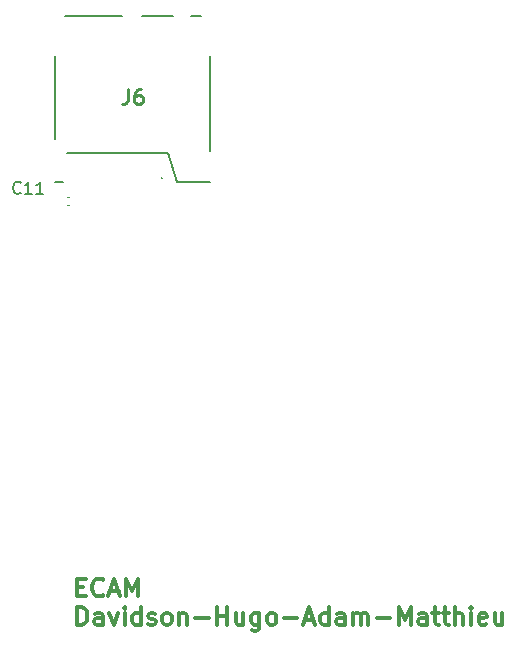
<source format=gbr>
%TF.GenerationSoftware,KiCad,Pcbnew,9.0.4*%
%TF.CreationDate,2025-10-26T18:47:36+01:00*%
%TF.ProjectId,esp32_fpga,65737033-325f-4667-9067-612e6b696361,rev?*%
%TF.SameCoordinates,Original*%
%TF.FileFunction,Legend,Top*%
%TF.FilePolarity,Positive*%
%FSLAX46Y46*%
G04 Gerber Fmt 4.6, Leading zero omitted, Abs format (unit mm)*
G04 Created by KiCad (PCBNEW 9.0.4) date 2025-10-26 18:47:36*
%MOMM*%
%LPD*%
G01*
G04 APERTURE LIST*
%ADD10C,0.300000*%
%ADD11C,0.254000*%
%ADD12C,0.150000*%
%ADD13C,0.200000*%
%ADD14C,0.054570*%
%ADD15C,0.120000*%
G04 APERTURE END LIST*
D10*
X122323034Y-102997698D02*
X122823034Y-102997698D01*
X123037320Y-103783412D02*
X122323034Y-103783412D01*
X122323034Y-103783412D02*
X122323034Y-102283412D01*
X122323034Y-102283412D02*
X123037320Y-102283412D01*
X124537320Y-103640555D02*
X124465892Y-103711984D01*
X124465892Y-103711984D02*
X124251606Y-103783412D01*
X124251606Y-103783412D02*
X124108749Y-103783412D01*
X124108749Y-103783412D02*
X123894463Y-103711984D01*
X123894463Y-103711984D02*
X123751606Y-103569126D01*
X123751606Y-103569126D02*
X123680177Y-103426269D01*
X123680177Y-103426269D02*
X123608749Y-103140555D01*
X123608749Y-103140555D02*
X123608749Y-102926269D01*
X123608749Y-102926269D02*
X123680177Y-102640555D01*
X123680177Y-102640555D02*
X123751606Y-102497698D01*
X123751606Y-102497698D02*
X123894463Y-102354841D01*
X123894463Y-102354841D02*
X124108749Y-102283412D01*
X124108749Y-102283412D02*
X124251606Y-102283412D01*
X124251606Y-102283412D02*
X124465892Y-102354841D01*
X124465892Y-102354841D02*
X124537320Y-102426269D01*
X125108749Y-103354841D02*
X125823035Y-103354841D01*
X124965892Y-103783412D02*
X125465892Y-102283412D01*
X125465892Y-102283412D02*
X125965892Y-103783412D01*
X126465891Y-103783412D02*
X126465891Y-102283412D01*
X126465891Y-102283412D02*
X126965891Y-103354841D01*
X126965891Y-103354841D02*
X127465891Y-102283412D01*
X127465891Y-102283412D02*
X127465891Y-103783412D01*
X122323034Y-106198328D02*
X122323034Y-104698328D01*
X122323034Y-104698328D02*
X122680177Y-104698328D01*
X122680177Y-104698328D02*
X122894463Y-104769757D01*
X122894463Y-104769757D02*
X123037320Y-104912614D01*
X123037320Y-104912614D02*
X123108749Y-105055471D01*
X123108749Y-105055471D02*
X123180177Y-105341185D01*
X123180177Y-105341185D02*
X123180177Y-105555471D01*
X123180177Y-105555471D02*
X123108749Y-105841185D01*
X123108749Y-105841185D02*
X123037320Y-105984042D01*
X123037320Y-105984042D02*
X122894463Y-106126900D01*
X122894463Y-106126900D02*
X122680177Y-106198328D01*
X122680177Y-106198328D02*
X122323034Y-106198328D01*
X124465892Y-106198328D02*
X124465892Y-105412614D01*
X124465892Y-105412614D02*
X124394463Y-105269757D01*
X124394463Y-105269757D02*
X124251606Y-105198328D01*
X124251606Y-105198328D02*
X123965892Y-105198328D01*
X123965892Y-105198328D02*
X123823034Y-105269757D01*
X124465892Y-106126900D02*
X124323034Y-106198328D01*
X124323034Y-106198328D02*
X123965892Y-106198328D01*
X123965892Y-106198328D02*
X123823034Y-106126900D01*
X123823034Y-106126900D02*
X123751606Y-105984042D01*
X123751606Y-105984042D02*
X123751606Y-105841185D01*
X123751606Y-105841185D02*
X123823034Y-105698328D01*
X123823034Y-105698328D02*
X123965892Y-105626900D01*
X123965892Y-105626900D02*
X124323034Y-105626900D01*
X124323034Y-105626900D02*
X124465892Y-105555471D01*
X125037320Y-105198328D02*
X125394463Y-106198328D01*
X125394463Y-106198328D02*
X125751606Y-105198328D01*
X126323034Y-106198328D02*
X126323034Y-105198328D01*
X126323034Y-104698328D02*
X126251606Y-104769757D01*
X126251606Y-104769757D02*
X126323034Y-104841185D01*
X126323034Y-104841185D02*
X126394463Y-104769757D01*
X126394463Y-104769757D02*
X126323034Y-104698328D01*
X126323034Y-104698328D02*
X126323034Y-104841185D01*
X127680178Y-106198328D02*
X127680178Y-104698328D01*
X127680178Y-106126900D02*
X127537320Y-106198328D01*
X127537320Y-106198328D02*
X127251606Y-106198328D01*
X127251606Y-106198328D02*
X127108749Y-106126900D01*
X127108749Y-106126900D02*
X127037320Y-106055471D01*
X127037320Y-106055471D02*
X126965892Y-105912614D01*
X126965892Y-105912614D02*
X126965892Y-105484042D01*
X126965892Y-105484042D02*
X127037320Y-105341185D01*
X127037320Y-105341185D02*
X127108749Y-105269757D01*
X127108749Y-105269757D02*
X127251606Y-105198328D01*
X127251606Y-105198328D02*
X127537320Y-105198328D01*
X127537320Y-105198328D02*
X127680178Y-105269757D01*
X128323035Y-106126900D02*
X128465892Y-106198328D01*
X128465892Y-106198328D02*
X128751606Y-106198328D01*
X128751606Y-106198328D02*
X128894463Y-106126900D01*
X128894463Y-106126900D02*
X128965892Y-105984042D01*
X128965892Y-105984042D02*
X128965892Y-105912614D01*
X128965892Y-105912614D02*
X128894463Y-105769757D01*
X128894463Y-105769757D02*
X128751606Y-105698328D01*
X128751606Y-105698328D02*
X128537321Y-105698328D01*
X128537321Y-105698328D02*
X128394463Y-105626900D01*
X128394463Y-105626900D02*
X128323035Y-105484042D01*
X128323035Y-105484042D02*
X128323035Y-105412614D01*
X128323035Y-105412614D02*
X128394463Y-105269757D01*
X128394463Y-105269757D02*
X128537321Y-105198328D01*
X128537321Y-105198328D02*
X128751606Y-105198328D01*
X128751606Y-105198328D02*
X128894463Y-105269757D01*
X129823035Y-106198328D02*
X129680178Y-106126900D01*
X129680178Y-106126900D02*
X129608749Y-106055471D01*
X129608749Y-106055471D02*
X129537321Y-105912614D01*
X129537321Y-105912614D02*
X129537321Y-105484042D01*
X129537321Y-105484042D02*
X129608749Y-105341185D01*
X129608749Y-105341185D02*
X129680178Y-105269757D01*
X129680178Y-105269757D02*
X129823035Y-105198328D01*
X129823035Y-105198328D02*
X130037321Y-105198328D01*
X130037321Y-105198328D02*
X130180178Y-105269757D01*
X130180178Y-105269757D02*
X130251607Y-105341185D01*
X130251607Y-105341185D02*
X130323035Y-105484042D01*
X130323035Y-105484042D02*
X130323035Y-105912614D01*
X130323035Y-105912614D02*
X130251607Y-106055471D01*
X130251607Y-106055471D02*
X130180178Y-106126900D01*
X130180178Y-106126900D02*
X130037321Y-106198328D01*
X130037321Y-106198328D02*
X129823035Y-106198328D01*
X130965892Y-105198328D02*
X130965892Y-106198328D01*
X130965892Y-105341185D02*
X131037321Y-105269757D01*
X131037321Y-105269757D02*
X131180178Y-105198328D01*
X131180178Y-105198328D02*
X131394464Y-105198328D01*
X131394464Y-105198328D02*
X131537321Y-105269757D01*
X131537321Y-105269757D02*
X131608750Y-105412614D01*
X131608750Y-105412614D02*
X131608750Y-106198328D01*
X132323035Y-105626900D02*
X133465893Y-105626900D01*
X134180178Y-106198328D02*
X134180178Y-104698328D01*
X134180178Y-105412614D02*
X135037321Y-105412614D01*
X135037321Y-106198328D02*
X135037321Y-104698328D01*
X136394465Y-105198328D02*
X136394465Y-106198328D01*
X135751607Y-105198328D02*
X135751607Y-105984042D01*
X135751607Y-105984042D02*
X135823036Y-106126900D01*
X135823036Y-106126900D02*
X135965893Y-106198328D01*
X135965893Y-106198328D02*
X136180179Y-106198328D01*
X136180179Y-106198328D02*
X136323036Y-106126900D01*
X136323036Y-106126900D02*
X136394465Y-106055471D01*
X137751608Y-105198328D02*
X137751608Y-106412614D01*
X137751608Y-106412614D02*
X137680179Y-106555471D01*
X137680179Y-106555471D02*
X137608750Y-106626900D01*
X137608750Y-106626900D02*
X137465893Y-106698328D01*
X137465893Y-106698328D02*
X137251608Y-106698328D01*
X137251608Y-106698328D02*
X137108750Y-106626900D01*
X137751608Y-106126900D02*
X137608750Y-106198328D01*
X137608750Y-106198328D02*
X137323036Y-106198328D01*
X137323036Y-106198328D02*
X137180179Y-106126900D01*
X137180179Y-106126900D02*
X137108750Y-106055471D01*
X137108750Y-106055471D02*
X137037322Y-105912614D01*
X137037322Y-105912614D02*
X137037322Y-105484042D01*
X137037322Y-105484042D02*
X137108750Y-105341185D01*
X137108750Y-105341185D02*
X137180179Y-105269757D01*
X137180179Y-105269757D02*
X137323036Y-105198328D01*
X137323036Y-105198328D02*
X137608750Y-105198328D01*
X137608750Y-105198328D02*
X137751608Y-105269757D01*
X138680179Y-106198328D02*
X138537322Y-106126900D01*
X138537322Y-106126900D02*
X138465893Y-106055471D01*
X138465893Y-106055471D02*
X138394465Y-105912614D01*
X138394465Y-105912614D02*
X138394465Y-105484042D01*
X138394465Y-105484042D02*
X138465893Y-105341185D01*
X138465893Y-105341185D02*
X138537322Y-105269757D01*
X138537322Y-105269757D02*
X138680179Y-105198328D01*
X138680179Y-105198328D02*
X138894465Y-105198328D01*
X138894465Y-105198328D02*
X139037322Y-105269757D01*
X139037322Y-105269757D02*
X139108751Y-105341185D01*
X139108751Y-105341185D02*
X139180179Y-105484042D01*
X139180179Y-105484042D02*
X139180179Y-105912614D01*
X139180179Y-105912614D02*
X139108751Y-106055471D01*
X139108751Y-106055471D02*
X139037322Y-106126900D01*
X139037322Y-106126900D02*
X138894465Y-106198328D01*
X138894465Y-106198328D02*
X138680179Y-106198328D01*
X139823036Y-105626900D02*
X140965894Y-105626900D01*
X141608751Y-105769757D02*
X142323037Y-105769757D01*
X141465894Y-106198328D02*
X141965894Y-104698328D01*
X141965894Y-104698328D02*
X142465894Y-106198328D01*
X143608751Y-106198328D02*
X143608751Y-104698328D01*
X143608751Y-106126900D02*
X143465893Y-106198328D01*
X143465893Y-106198328D02*
X143180179Y-106198328D01*
X143180179Y-106198328D02*
X143037322Y-106126900D01*
X143037322Y-106126900D02*
X142965893Y-106055471D01*
X142965893Y-106055471D02*
X142894465Y-105912614D01*
X142894465Y-105912614D02*
X142894465Y-105484042D01*
X142894465Y-105484042D02*
X142965893Y-105341185D01*
X142965893Y-105341185D02*
X143037322Y-105269757D01*
X143037322Y-105269757D02*
X143180179Y-105198328D01*
X143180179Y-105198328D02*
X143465893Y-105198328D01*
X143465893Y-105198328D02*
X143608751Y-105269757D01*
X144965894Y-106198328D02*
X144965894Y-105412614D01*
X144965894Y-105412614D02*
X144894465Y-105269757D01*
X144894465Y-105269757D02*
X144751608Y-105198328D01*
X144751608Y-105198328D02*
X144465894Y-105198328D01*
X144465894Y-105198328D02*
X144323036Y-105269757D01*
X144965894Y-106126900D02*
X144823036Y-106198328D01*
X144823036Y-106198328D02*
X144465894Y-106198328D01*
X144465894Y-106198328D02*
X144323036Y-106126900D01*
X144323036Y-106126900D02*
X144251608Y-105984042D01*
X144251608Y-105984042D02*
X144251608Y-105841185D01*
X144251608Y-105841185D02*
X144323036Y-105698328D01*
X144323036Y-105698328D02*
X144465894Y-105626900D01*
X144465894Y-105626900D02*
X144823036Y-105626900D01*
X144823036Y-105626900D02*
X144965894Y-105555471D01*
X145680179Y-106198328D02*
X145680179Y-105198328D01*
X145680179Y-105341185D02*
X145751608Y-105269757D01*
X145751608Y-105269757D02*
X145894465Y-105198328D01*
X145894465Y-105198328D02*
X146108751Y-105198328D01*
X146108751Y-105198328D02*
X146251608Y-105269757D01*
X146251608Y-105269757D02*
X146323037Y-105412614D01*
X146323037Y-105412614D02*
X146323037Y-106198328D01*
X146323037Y-105412614D02*
X146394465Y-105269757D01*
X146394465Y-105269757D02*
X146537322Y-105198328D01*
X146537322Y-105198328D02*
X146751608Y-105198328D01*
X146751608Y-105198328D02*
X146894465Y-105269757D01*
X146894465Y-105269757D02*
X146965894Y-105412614D01*
X146965894Y-105412614D02*
X146965894Y-106198328D01*
X147680179Y-105626900D02*
X148823037Y-105626900D01*
X149537322Y-106198328D02*
X149537322Y-104698328D01*
X149537322Y-104698328D02*
X150037322Y-105769757D01*
X150037322Y-105769757D02*
X150537322Y-104698328D01*
X150537322Y-104698328D02*
X150537322Y-106198328D01*
X151894466Y-106198328D02*
X151894466Y-105412614D01*
X151894466Y-105412614D02*
X151823037Y-105269757D01*
X151823037Y-105269757D02*
X151680180Y-105198328D01*
X151680180Y-105198328D02*
X151394466Y-105198328D01*
X151394466Y-105198328D02*
X151251608Y-105269757D01*
X151894466Y-106126900D02*
X151751608Y-106198328D01*
X151751608Y-106198328D02*
X151394466Y-106198328D01*
X151394466Y-106198328D02*
X151251608Y-106126900D01*
X151251608Y-106126900D02*
X151180180Y-105984042D01*
X151180180Y-105984042D02*
X151180180Y-105841185D01*
X151180180Y-105841185D02*
X151251608Y-105698328D01*
X151251608Y-105698328D02*
X151394466Y-105626900D01*
X151394466Y-105626900D02*
X151751608Y-105626900D01*
X151751608Y-105626900D02*
X151894466Y-105555471D01*
X152394466Y-105198328D02*
X152965894Y-105198328D01*
X152608751Y-104698328D02*
X152608751Y-105984042D01*
X152608751Y-105984042D02*
X152680180Y-106126900D01*
X152680180Y-106126900D02*
X152823037Y-106198328D01*
X152823037Y-106198328D02*
X152965894Y-106198328D01*
X153251609Y-105198328D02*
X153823037Y-105198328D01*
X153465894Y-104698328D02*
X153465894Y-105984042D01*
X153465894Y-105984042D02*
X153537323Y-106126900D01*
X153537323Y-106126900D02*
X153680180Y-106198328D01*
X153680180Y-106198328D02*
X153823037Y-106198328D01*
X154323037Y-106198328D02*
X154323037Y-104698328D01*
X154965895Y-106198328D02*
X154965895Y-105412614D01*
X154965895Y-105412614D02*
X154894466Y-105269757D01*
X154894466Y-105269757D02*
X154751609Y-105198328D01*
X154751609Y-105198328D02*
X154537323Y-105198328D01*
X154537323Y-105198328D02*
X154394466Y-105269757D01*
X154394466Y-105269757D02*
X154323037Y-105341185D01*
X155680180Y-106198328D02*
X155680180Y-105198328D01*
X155680180Y-104698328D02*
X155608752Y-104769757D01*
X155608752Y-104769757D02*
X155680180Y-104841185D01*
X155680180Y-104841185D02*
X155751609Y-104769757D01*
X155751609Y-104769757D02*
X155680180Y-104698328D01*
X155680180Y-104698328D02*
X155680180Y-104841185D01*
X156965895Y-106126900D02*
X156823038Y-106198328D01*
X156823038Y-106198328D02*
X156537324Y-106198328D01*
X156537324Y-106198328D02*
X156394466Y-106126900D01*
X156394466Y-106126900D02*
X156323038Y-105984042D01*
X156323038Y-105984042D02*
X156323038Y-105412614D01*
X156323038Y-105412614D02*
X156394466Y-105269757D01*
X156394466Y-105269757D02*
X156537324Y-105198328D01*
X156537324Y-105198328D02*
X156823038Y-105198328D01*
X156823038Y-105198328D02*
X156965895Y-105269757D01*
X156965895Y-105269757D02*
X157037324Y-105412614D01*
X157037324Y-105412614D02*
X157037324Y-105555471D01*
X157037324Y-105555471D02*
X156323038Y-105698328D01*
X158323038Y-105198328D02*
X158323038Y-106198328D01*
X157680180Y-105198328D02*
X157680180Y-105984042D01*
X157680180Y-105984042D02*
X157751609Y-106126900D01*
X157751609Y-106126900D02*
X157894466Y-106198328D01*
X157894466Y-106198328D02*
X158108752Y-106198328D01*
X158108752Y-106198328D02*
X158251609Y-106126900D01*
X158251609Y-106126900D02*
X158323038Y-106055471D01*
D11*
X126606667Y-60844318D02*
X126606667Y-61751461D01*
X126606667Y-61751461D02*
X126546190Y-61932889D01*
X126546190Y-61932889D02*
X126425238Y-62053842D01*
X126425238Y-62053842D02*
X126243809Y-62114318D01*
X126243809Y-62114318D02*
X126122857Y-62114318D01*
X127755714Y-60844318D02*
X127513809Y-60844318D01*
X127513809Y-60844318D02*
X127392857Y-60904794D01*
X127392857Y-60904794D02*
X127332381Y-60965270D01*
X127332381Y-60965270D02*
X127211428Y-61146699D01*
X127211428Y-61146699D02*
X127150952Y-61388603D01*
X127150952Y-61388603D02*
X127150952Y-61872413D01*
X127150952Y-61872413D02*
X127211428Y-61993365D01*
X127211428Y-61993365D02*
X127271905Y-62053842D01*
X127271905Y-62053842D02*
X127392857Y-62114318D01*
X127392857Y-62114318D02*
X127634762Y-62114318D01*
X127634762Y-62114318D02*
X127755714Y-62053842D01*
X127755714Y-62053842D02*
X127816190Y-61993365D01*
X127816190Y-61993365D02*
X127876667Y-61872413D01*
X127876667Y-61872413D02*
X127876667Y-61570032D01*
X127876667Y-61570032D02*
X127816190Y-61449080D01*
X127816190Y-61449080D02*
X127755714Y-61388603D01*
X127755714Y-61388603D02*
X127634762Y-61328127D01*
X127634762Y-61328127D02*
X127392857Y-61328127D01*
X127392857Y-61328127D02*
X127271905Y-61388603D01*
X127271905Y-61388603D02*
X127211428Y-61449080D01*
X127211428Y-61449080D02*
X127150952Y-61570032D01*
D12*
X117517142Y-69599580D02*
X117469523Y-69647200D01*
X117469523Y-69647200D02*
X117326666Y-69694819D01*
X117326666Y-69694819D02*
X117231428Y-69694819D01*
X117231428Y-69694819D02*
X117088571Y-69647200D01*
X117088571Y-69647200D02*
X116993333Y-69551961D01*
X116993333Y-69551961D02*
X116945714Y-69456723D01*
X116945714Y-69456723D02*
X116898095Y-69266247D01*
X116898095Y-69266247D02*
X116898095Y-69123390D01*
X116898095Y-69123390D02*
X116945714Y-68932914D01*
X116945714Y-68932914D02*
X116993333Y-68837676D01*
X116993333Y-68837676D02*
X117088571Y-68742438D01*
X117088571Y-68742438D02*
X117231428Y-68694819D01*
X117231428Y-68694819D02*
X117326666Y-68694819D01*
X117326666Y-68694819D02*
X117469523Y-68742438D01*
X117469523Y-68742438D02*
X117517142Y-68790057D01*
X118469523Y-69694819D02*
X117898095Y-69694819D01*
X118183809Y-69694819D02*
X118183809Y-68694819D01*
X118183809Y-68694819D02*
X118088571Y-68837676D01*
X118088571Y-68837676D02*
X117993333Y-68932914D01*
X117993333Y-68932914D02*
X117898095Y-68980533D01*
X119421904Y-69694819D02*
X118850476Y-69694819D01*
X119136190Y-69694819D02*
X119136190Y-68694819D01*
X119136190Y-68694819D02*
X119040952Y-68837676D01*
X119040952Y-68837676D02*
X118945714Y-68932914D01*
X118945714Y-68932914D02*
X118850476Y-68980533D01*
D13*
%TO.C,J6*%
X120480000Y-65055000D02*
X120480000Y-58055000D01*
X120480000Y-68705000D02*
X121106000Y-68705000D01*
X126080000Y-54655000D02*
X121280000Y-54655000D01*
D14*
X129437000Y-68349000D02*
X129437000Y-68349000D01*
X129491000Y-68349000D02*
X129491000Y-68349000D01*
D13*
X130026000Y-66285000D02*
X121471000Y-66285000D01*
X130430000Y-54655000D02*
X127780000Y-54655000D01*
X130731000Y-68705000D02*
X130026000Y-66285000D01*
X132840000Y-54655000D02*
X131980000Y-54655000D01*
X133580000Y-66055000D02*
X133580000Y-58057000D01*
X133580000Y-68705000D02*
X130731000Y-68705000D01*
D14*
X129437000Y-68349000D02*
G75*
G02*
X129491000Y-68349000I27000J0D01*
G01*
X129491000Y-68349000D02*
G75*
G02*
X129437000Y-68349000I-27000J0D01*
G01*
D15*
%TO.C,C11*%
X121657836Y-69930000D02*
X121442164Y-69930000D01*
X121657836Y-70650000D02*
X121442164Y-70650000D01*
%TD*%
M02*

</source>
